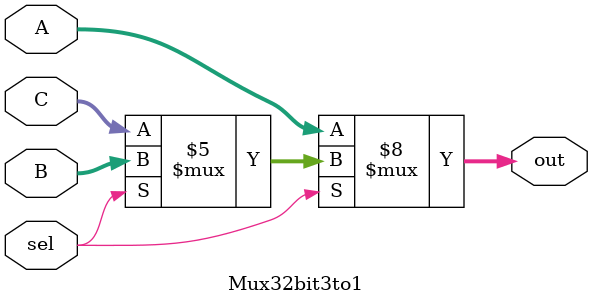
<source format=v>
`timescale 1ns / 1ps

module Mux32bit3to1(A,B,C,sel,out);

    output reg [31:0] out;
    
    input [31:0] A;
    input [31:0] B;
    input [31:0] C;
    input sel;
    always @(A, B, C, sel) begin
        if (sel == 0) 
            begin
                out <= A;
            end 
        else if (sel == 1) 
            begin
                out <= B;
            end 
        else 
            begin
                out <= C;
            end
    end

endmodule


</source>
